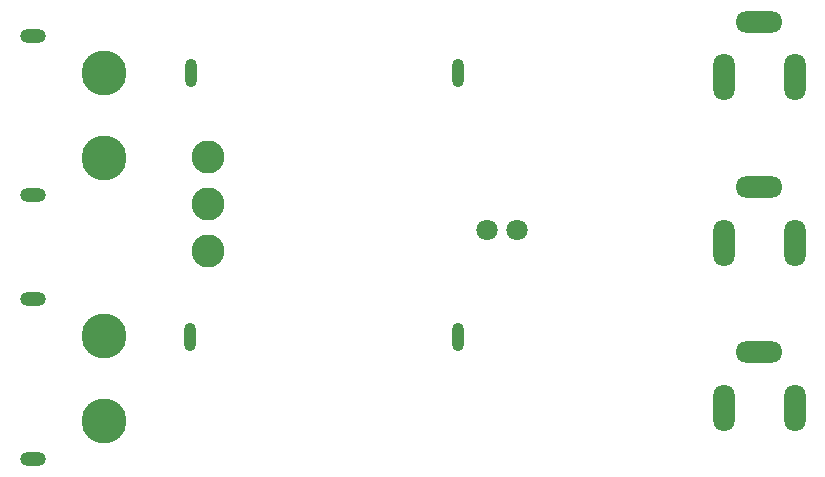
<source format=gbr>
%TF.GenerationSoftware,KiCad,Pcbnew,(6.0.8)*%
%TF.CreationDate,2022-12-08T15:19:17+02:00*%
%TF.ProjectId,Power Distribution,506f7765-7220-4446-9973-747269627574,V0*%
%TF.SameCoordinates,Original*%
%TF.FileFunction,Paste,Bot*%
%TF.FilePolarity,Positive*%
%FSLAX46Y46*%
G04 Gerber Fmt 4.6, Leading zero omitted, Abs format (unit mm)*
G04 Created by KiCad (PCBNEW (6.0.8)) date 2022-12-08 15:19:17*
%MOMM*%
%LPD*%
G01*
G04 APERTURE LIST*
%ADD10C,3.800000*%
%ADD11O,2.200000X1.200000*%
%ADD12O,1.800000X4.000000*%
%ADD13O,4.000000X1.800000*%
%ADD14O,1.000000X2.400000*%
%ADD15C,2.800000*%
%ADD16C,1.800000*%
G04 APERTURE END LIST*
D10*
%TO.C,J2*%
X201114812Y-155129981D03*
X201114812Y-147929981D03*
D11*
X195114812Y-144779981D03*
X195114812Y-158279981D03*
%TD*%
D12*
%TO.C,J5*%
X253650799Y-154000000D03*
X259650799Y-154000000D03*
D13*
X256650799Y-149296000D03*
%TD*%
D14*
%TO.C,F1*%
X208495493Y-125618818D03*
X231121493Y-125618818D03*
%TD*%
D12*
%TO.C,J3*%
X253639455Y-126000000D03*
X259639455Y-126000000D03*
D13*
X256639455Y-121296000D03*
%TD*%
D12*
%TO.C,J4*%
X253650799Y-140000000D03*
X259650799Y-140000000D03*
D13*
X256650799Y-135296000D03*
%TD*%
D10*
%TO.C,J1*%
X201147257Y-132815093D03*
X201147257Y-125615093D03*
D11*
X195147257Y-122465093D03*
X195147257Y-135965093D03*
%TD*%
D14*
%TO.C,F2*%
X208471799Y-147984000D03*
X231097799Y-147984000D03*
%TD*%
D15*
%TO.C,J6*%
X209997799Y-140673000D03*
X209997799Y-136713000D03*
X209997799Y-132751000D03*
%TD*%
D16*
%TO.C,J7*%
X236105799Y-138937000D03*
X233603799Y-138937000D03*
%TD*%
M02*

</source>
